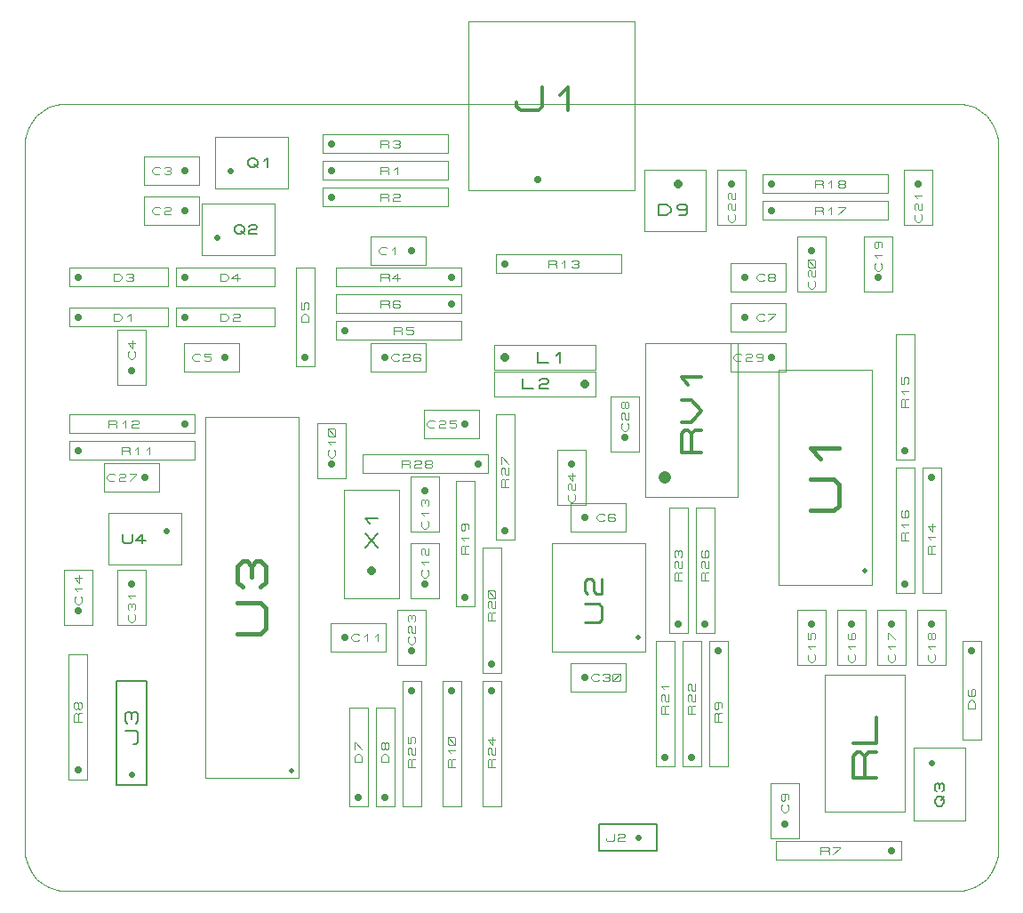
<source format=gbr>
G04 PROTEUS GERBER X2 FILE*
%TF.GenerationSoftware,Labcenter,Proteus,8.16-SP3-Build36097*%
%TF.CreationDate,2025-03-10T19:07:48+00:00*%
%TF.FileFunction,AssemblyDrawing,Top*%
%TF.FilePolarity,Positive*%
%TF.Part,Single*%
%TF.SameCoordinates,{20daa937-f823-4944-9cf4-50eea9ef3d69}*%
%FSLAX45Y45*%
%MOMM*%
G01*
%TA.AperFunction,Material*%
%ADD22C,0.101600*%
%ADD32C,0.660400*%
%ADD33C,0.364400*%
%ADD23C,0.508000*%
%ADD34C,0.440230*%
%ADD35C,0.609600*%
%ADD36C,0.139700*%
%ADD37C,0.711200*%
%ADD38C,0.113450*%
%ADD39C,0.117340*%
%ADD40C,0.812800*%
%ADD41C,0.204890*%
%ADD42C,0.267200*%
%ADD43C,1.219200*%
%ADD44C,0.320040*%
%ADD45C,0.171190*%
%ADD46C,0.157500*%
%ADD24C,0.152400*%
%ADD47C,0.558800*%
%ADD48C,0.194860*%
%ADD49C,0.114270*%
%ADD50C,0.367200*%
%TA.AperFunction,Profile*%
%ADD20C,0.101600*%
%TD.AperFunction*%
D22*
X+4855540Y+3620440D02*
X+6440500Y+3620440D01*
X+6440500Y+5228260D01*
X+4855540Y+5228260D01*
X+4855540Y+3620440D01*
D32*
X+5517960Y+3727120D02*
X+5517960Y+3727120D01*
D33*
X+5320056Y+4457760D02*
X+5320056Y+4421319D01*
X+5361051Y+4384879D01*
X+5525033Y+4384879D01*
X+5566029Y+4421319D01*
X+5566029Y+4603522D01*
X+5730011Y+4530641D02*
X+5812002Y+4603522D01*
X+5812002Y+4384879D01*
D22*
X+2349500Y-1971580D02*
X+3238500Y-1971580D01*
X+3238500Y+1467580D01*
X+2349500Y+1467580D01*
X+2349500Y-1971580D01*
D23*
X+3175000Y-1905000D02*
X+3175000Y-1905000D01*
D34*
X+2661931Y-602218D02*
X+2882047Y-602218D01*
X+2926070Y-552692D01*
X+2926070Y-354588D01*
X+2882047Y-305062D01*
X+2661931Y-305062D01*
X+2705954Y-156484D02*
X+2661931Y-106958D01*
X+2661931Y+41620D01*
X+2705954Y+91146D01*
X+2749977Y+91146D01*
X+2794000Y+41620D01*
X+2838024Y+91146D01*
X+2882047Y+91146D01*
X+2926070Y+41620D01*
X+2926070Y-106958D01*
X+2882047Y-156484D01*
X+2794000Y-57432D02*
X+2794000Y+41620D01*
D22*
X+1430020Y+58420D02*
X+2125980Y+58420D01*
X+2125980Y+551180D01*
X+1430020Y+551180D01*
X+1430020Y+58420D01*
D35*
X+1981200Y+381000D02*
X+1981200Y+381000D01*
D36*
X+1564640Y+346710D02*
X+1564640Y+276860D01*
X+1580356Y+262890D01*
X+1643221Y+262890D01*
X+1658937Y+276860D01*
X+1658937Y+346710D01*
X+1784667Y+290830D02*
X+1690370Y+290830D01*
X+1753235Y+346710D01*
X+1753235Y+262890D01*
D22*
X+1010920Y-513080D02*
X+1275080Y-513080D01*
X+1275080Y+5080D01*
X+1010920Y+5080D01*
X+1010920Y-513080D01*
D37*
X+1143000Y-381000D02*
X+1143000Y-381000D01*
D38*
X+1165691Y-246760D02*
X+1177036Y-259524D01*
X+1177036Y-297814D01*
X+1154345Y-323340D01*
X+1131655Y-323340D01*
X+1108964Y-297814D01*
X+1108964Y-259524D01*
X+1120309Y-246760D01*
X+1131655Y-195707D02*
X+1108964Y-170180D01*
X+1177036Y-170180D01*
X+1154345Y-42546D02*
X+1154345Y-119126D01*
X+1108964Y-68073D01*
X+1177036Y-68073D01*
D22*
X+1518920Y-513080D02*
X+1783080Y-513080D01*
X+1783080Y+5080D01*
X+1518920Y+5080D01*
X+1518920Y-513080D01*
D37*
X+1651000Y-127000D02*
X+1651000Y-127000D01*
D38*
X+1673691Y-414400D02*
X+1685036Y-427164D01*
X+1685036Y-465454D01*
X+1662345Y-490980D01*
X+1639655Y-490980D01*
X+1616964Y-465454D01*
X+1616964Y-427164D01*
X+1628309Y-414400D01*
X+1628309Y-376110D02*
X+1616964Y-363347D01*
X+1616964Y-325057D01*
X+1628309Y-312293D01*
X+1639655Y-312293D01*
X+1651000Y-325057D01*
X+1662345Y-312293D01*
X+1673691Y-312293D01*
X+1685036Y-325057D01*
X+1685036Y-363347D01*
X+1673691Y-376110D01*
X+1651000Y-350583D02*
X+1651000Y-325057D01*
X+1639655Y-261240D02*
X+1616964Y-235713D01*
X+1685036Y-235713D01*
D22*
X+1050100Y-1989900D02*
X+1227900Y-1989900D01*
X+1227900Y-796100D01*
X+1050100Y-796100D01*
X+1050100Y-1989900D01*
D37*
X+1139000Y-1901000D02*
X+1139000Y-1901000D01*
D39*
X+1174204Y-1436382D02*
X+1103796Y-1436382D01*
X+1103796Y-1370375D01*
X+1115531Y-1357173D01*
X+1127265Y-1357173D01*
X+1139000Y-1370375D01*
X+1139000Y-1436382D01*
X+1139000Y-1370375D02*
X+1150735Y-1357173D01*
X+1174204Y-1357173D01*
X+1139000Y-1304367D02*
X+1127265Y-1317569D01*
X+1115531Y-1317569D01*
X+1103796Y-1304367D01*
X+1103796Y-1264763D01*
X+1115531Y-1251561D01*
X+1127265Y-1251561D01*
X+1139000Y-1264763D01*
X+1139000Y-1304367D01*
X+1150735Y-1317569D01*
X+1162469Y-1317569D01*
X+1174204Y-1304367D01*
X+1174204Y-1264763D01*
X+1162469Y-1251561D01*
X+1150735Y-1251561D01*
X+1139000Y-1264763D01*
D22*
X+1391920Y+756920D02*
X+1910080Y+756920D01*
X+1910080Y+1021080D01*
X+1391920Y+1021080D01*
X+1391920Y+756920D01*
D37*
X+1778000Y+889000D02*
X+1778000Y+889000D01*
D38*
X+1490600Y+866309D02*
X+1477836Y+854964D01*
X+1439546Y+854964D01*
X+1414020Y+877655D01*
X+1414020Y+900345D01*
X+1439546Y+923036D01*
X+1477836Y+923036D01*
X+1490600Y+911691D01*
X+1528890Y+911691D02*
X+1541653Y+923036D01*
X+1579943Y+923036D01*
X+1592707Y+911691D01*
X+1592707Y+900345D01*
X+1579943Y+889000D01*
X+1541653Y+889000D01*
X+1528890Y+877655D01*
X+1528890Y+854964D01*
X+1592707Y+854964D01*
X+1630997Y+923036D02*
X+1694814Y+923036D01*
X+1694814Y+911691D01*
X+1630997Y+854964D01*
D22*
X+1054100Y+1054100D02*
X+2247900Y+1054100D01*
X+2247900Y+1231900D01*
X+1054100Y+1231900D01*
X+1054100Y+1054100D01*
D37*
X+1143000Y+1143000D02*
X+1143000Y+1143000D01*
D39*
X+1554812Y+1107796D02*
X+1554812Y+1178204D01*
X+1620819Y+1178204D01*
X+1634021Y+1166469D01*
X+1634021Y+1154735D01*
X+1620819Y+1143000D01*
X+1554812Y+1143000D01*
X+1620819Y+1143000D02*
X+1634021Y+1131265D01*
X+1634021Y+1107796D01*
X+1686827Y+1154735D02*
X+1713230Y+1178204D01*
X+1713230Y+1107796D01*
X+1792439Y+1154735D02*
X+1818842Y+1178204D01*
X+1818842Y+1107796D01*
D22*
X+1054100Y+1308100D02*
X+2247900Y+1308100D01*
X+2247900Y+1485900D01*
X+1054100Y+1485900D01*
X+1054100Y+1308100D01*
D37*
X+2159000Y+1397000D02*
X+2159000Y+1397000D01*
D39*
X+1430352Y+1361796D02*
X+1430352Y+1432204D01*
X+1496359Y+1432204D01*
X+1509561Y+1420469D01*
X+1509561Y+1408735D01*
X+1496359Y+1397000D01*
X+1430352Y+1397000D01*
X+1496359Y+1397000D02*
X+1509561Y+1385265D01*
X+1509561Y+1361796D01*
X+1562367Y+1408735D02*
X+1588770Y+1432204D01*
X+1588770Y+1361796D01*
X+1654777Y+1420469D02*
X+1667979Y+1432204D01*
X+1707583Y+1432204D01*
X+1720785Y+1420469D01*
X+1720785Y+1408735D01*
X+1707583Y+1397000D01*
X+1667979Y+1397000D01*
X+1654777Y+1385265D01*
X+1654777Y+1361796D01*
X+1720785Y+1361796D01*
D22*
X+3677920Y-259080D02*
X+4196080Y-259080D01*
X+4196080Y+767080D01*
X+3677920Y+767080D01*
X+3677920Y-259080D01*
D40*
X+3937000Y+0D02*
X+3937000Y+0D01*
D41*
X+3875532Y+219457D02*
X+3998468Y+357759D01*
X+3998468Y+219457D02*
X+3875532Y+357759D01*
X+3916511Y+449960D02*
X+3875532Y+496061D01*
X+3998468Y+496061D01*
D22*
X+4312920Y-259080D02*
X+4577080Y-259080D01*
X+4577080Y+259080D01*
X+4312920Y+259080D01*
X+4312920Y-259080D01*
D37*
X+4445000Y-127000D02*
X+4445000Y-127000D01*
D38*
X+4467691Y+7240D02*
X+4479036Y-5524D01*
X+4479036Y-43814D01*
X+4456345Y-69340D01*
X+4433655Y-69340D01*
X+4410964Y-43814D01*
X+4410964Y-5524D01*
X+4422309Y+7240D01*
X+4433655Y+58293D02*
X+4410964Y+83820D01*
X+4479036Y+83820D01*
X+4422309Y+147637D02*
X+4410964Y+160400D01*
X+4410964Y+198690D01*
X+4422309Y+211454D01*
X+4433655Y+211454D01*
X+4445000Y+198690D01*
X+4445000Y+160400D01*
X+4456345Y+147637D01*
X+4479036Y+147637D01*
X+4479036Y+211454D01*
D22*
X+4312920Y+375920D02*
X+4577080Y+375920D01*
X+4577080Y+894080D01*
X+4312920Y+894080D01*
X+4312920Y+375920D01*
D37*
X+4445000Y+762000D02*
X+4445000Y+762000D01*
D38*
X+4467691Y+474600D02*
X+4479036Y+461836D01*
X+4479036Y+423546D01*
X+4456345Y+398020D01*
X+4433655Y+398020D01*
X+4410964Y+423546D01*
X+4410964Y+461836D01*
X+4422309Y+474600D01*
X+4433655Y+525653D02*
X+4410964Y+551180D01*
X+4479036Y+551180D01*
X+4422309Y+614997D02*
X+4410964Y+627760D01*
X+4410964Y+666050D01*
X+4422309Y+678814D01*
X+4433655Y+678814D01*
X+4445000Y+666050D01*
X+4456345Y+678814D01*
X+4467691Y+678814D01*
X+4479036Y+666050D01*
X+4479036Y+627760D01*
X+4467691Y+614997D01*
X+4445000Y+640524D02*
X+4445000Y+666050D01*
D22*
X+3423920Y+883920D02*
X+3688080Y+883920D01*
X+3688080Y+1402080D01*
X+3423920Y+1402080D01*
X+3423920Y+883920D01*
D37*
X+3556000Y+1016000D02*
X+3556000Y+1016000D01*
D38*
X+3578691Y+1150240D02*
X+3590036Y+1137476D01*
X+3590036Y+1099186D01*
X+3567345Y+1073660D01*
X+3544655Y+1073660D01*
X+3521964Y+1099186D01*
X+3521964Y+1137476D01*
X+3533309Y+1150240D01*
X+3544655Y+1201293D02*
X+3521964Y+1226820D01*
X+3590036Y+1226820D01*
X+3578691Y+1277874D02*
X+3533309Y+1277874D01*
X+3521964Y+1290637D01*
X+3521964Y+1341690D01*
X+3533309Y+1354454D01*
X+3578691Y+1354454D01*
X+3590036Y+1341690D01*
X+3590036Y+1290637D01*
X+3578691Y+1277874D01*
X+3590036Y+1277874D02*
X+3521964Y+1354454D01*
D22*
X+3550920Y-767080D02*
X+4069080Y-767080D01*
X+4069080Y-502920D01*
X+3550920Y-502920D01*
X+3550920Y-767080D01*
D37*
X+3683000Y-635000D02*
X+3683000Y-635000D01*
D38*
X+3817240Y-657691D02*
X+3804476Y-669036D01*
X+3766186Y-669036D01*
X+3740660Y-646345D01*
X+3740660Y-623655D01*
X+3766186Y-600964D01*
X+3804476Y-600964D01*
X+3817240Y-612309D01*
X+3868293Y-623655D02*
X+3893820Y-600964D01*
X+3893820Y-669036D01*
X+3970400Y-623655D02*
X+3995927Y-600964D01*
X+3995927Y-669036D01*
D22*
X+3721100Y-2247900D02*
X+3898900Y-2247900D01*
X+3898900Y-1308100D01*
X+3721100Y-1308100D01*
X+3721100Y-2247900D01*
D37*
X+3810000Y-2159000D02*
X+3810000Y-2159000D01*
D39*
X+3845204Y-1821382D02*
X+3774796Y-1821382D01*
X+3774796Y-1768576D01*
X+3798265Y-1742173D01*
X+3821735Y-1742173D01*
X+3845204Y-1768576D01*
X+3845204Y-1821382D01*
X+3774796Y-1702569D02*
X+3774796Y-1636561D01*
X+3786531Y-1636561D01*
X+3845204Y-1702569D01*
D22*
X+3975100Y-2247900D02*
X+4152900Y-2247900D01*
X+4152900Y-1308100D01*
X+3975100Y-1308100D01*
X+3975100Y-2247900D01*
D37*
X+4064000Y-2159000D02*
X+4064000Y-2159000D01*
D39*
X+4099204Y-1821382D02*
X+4028796Y-1821382D01*
X+4028796Y-1768576D01*
X+4052265Y-1742173D01*
X+4075735Y-1742173D01*
X+4099204Y-1768576D01*
X+4099204Y-1821382D01*
X+4064000Y-1689367D02*
X+4052265Y-1702569D01*
X+4040531Y-1702569D01*
X+4028796Y-1689367D01*
X+4028796Y-1649763D01*
X+4040531Y-1636561D01*
X+4052265Y-1636561D01*
X+4064000Y-1649763D01*
X+4064000Y-1689367D01*
X+4075735Y-1702569D01*
X+4087469Y-1702569D01*
X+4099204Y-1689367D01*
X+4099204Y-1649763D01*
X+4087469Y-1636561D01*
X+4075735Y-1636561D01*
X+4064000Y-1649763D01*
D22*
X+4229100Y-2247900D02*
X+4406900Y-2247900D01*
X+4406900Y-1054100D01*
X+4229100Y-1054100D01*
X+4229100Y-2247900D01*
D37*
X+4318000Y-1143000D02*
X+4318000Y-1143000D01*
D39*
X+4353204Y-1871648D02*
X+4282796Y-1871648D01*
X+4282796Y-1805641D01*
X+4294531Y-1792439D01*
X+4306265Y-1792439D01*
X+4318000Y-1805641D01*
X+4318000Y-1871648D01*
X+4318000Y-1805641D02*
X+4329735Y-1792439D01*
X+4353204Y-1792439D01*
X+4294531Y-1752835D02*
X+4282796Y-1739633D01*
X+4282796Y-1700029D01*
X+4294531Y-1686827D01*
X+4306265Y-1686827D01*
X+4318000Y-1700029D01*
X+4318000Y-1739633D01*
X+4329735Y-1752835D01*
X+4353204Y-1752835D01*
X+4353204Y-1686827D01*
X+4282796Y-1581215D02*
X+4282796Y-1647223D01*
X+4306265Y-1647223D01*
X+4306265Y-1594417D01*
X+4318000Y-1581215D01*
X+4341469Y-1581215D01*
X+4353204Y-1594417D01*
X+4353204Y-1634021D01*
X+4341469Y-1647223D01*
D22*
X+4610100Y-2247900D02*
X+4787900Y-2247900D01*
X+4787900Y-1054100D01*
X+4610100Y-1054100D01*
X+4610100Y-2247900D01*
D37*
X+4699000Y-1143000D02*
X+4699000Y-1143000D01*
D39*
X+4734204Y-1871648D02*
X+4663796Y-1871648D01*
X+4663796Y-1805641D01*
X+4675531Y-1792439D01*
X+4687265Y-1792439D01*
X+4699000Y-1805641D01*
X+4699000Y-1871648D01*
X+4699000Y-1805641D02*
X+4710735Y-1792439D01*
X+4734204Y-1792439D01*
X+4687265Y-1739633D02*
X+4663796Y-1713230D01*
X+4734204Y-1713230D01*
X+4722469Y-1660424D02*
X+4675531Y-1660424D01*
X+4663796Y-1647223D01*
X+4663796Y-1594417D01*
X+4675531Y-1581215D01*
X+4722469Y-1581215D01*
X+4734204Y-1594417D01*
X+4734204Y-1647223D01*
X+4722469Y-1660424D01*
X+4734204Y-1660424D02*
X+4663796Y-1581215D01*
D22*
X+4991100Y-2247900D02*
X+5168900Y-2247900D01*
X+5168900Y-1054100D01*
X+4991100Y-1054100D01*
X+4991100Y-2247900D01*
D37*
X+5080000Y-1143000D02*
X+5080000Y-1143000D01*
D39*
X+5115204Y-1871648D02*
X+5044796Y-1871648D01*
X+5044796Y-1805641D01*
X+5056531Y-1792439D01*
X+5068265Y-1792439D01*
X+5080000Y-1805641D01*
X+5080000Y-1871648D01*
X+5080000Y-1805641D02*
X+5091735Y-1792439D01*
X+5115204Y-1792439D01*
X+5056531Y-1752835D02*
X+5044796Y-1739633D01*
X+5044796Y-1700029D01*
X+5056531Y-1686827D01*
X+5068265Y-1686827D01*
X+5080000Y-1700029D01*
X+5080000Y-1739633D01*
X+5091735Y-1752835D01*
X+5115204Y-1752835D01*
X+5115204Y-1686827D01*
X+5091735Y-1581215D02*
X+5091735Y-1660424D01*
X+5044796Y-1607618D01*
X+5115204Y-1607618D01*
D22*
X+5651500Y-767080D02*
X+6540500Y-767080D01*
X+6540500Y+259080D01*
X+5651500Y+259080D01*
X+5651500Y-767080D01*
D23*
X+6477000Y-635000D02*
X+6477000Y-635000D01*
D42*
X+5971388Y-494487D02*
X+6104992Y-494487D01*
X+6131713Y-464427D01*
X+6131713Y-344183D01*
X+6104992Y-314122D01*
X+5971388Y-314122D01*
X+5998109Y-223940D02*
X+5971388Y-193879D01*
X+5971388Y-103696D01*
X+5998109Y-73635D01*
X+6024830Y-73635D01*
X+6051550Y-103696D01*
X+6051550Y-193879D01*
X+6078271Y-223940D01*
X+6131713Y-223940D01*
X+6131713Y-73635D01*
D22*
X+4185920Y-894080D02*
X+4450080Y-894080D01*
X+4450080Y-375920D01*
X+4185920Y-375920D01*
X+4185920Y-894080D01*
D37*
X+4318000Y-762000D02*
X+4318000Y-762000D01*
D38*
X+4340691Y-627760D02*
X+4352036Y-640524D01*
X+4352036Y-678814D01*
X+4329345Y-704340D01*
X+4306655Y-704340D01*
X+4283964Y-678814D01*
X+4283964Y-640524D01*
X+4295309Y-627760D01*
X+4295309Y-589470D02*
X+4283964Y-576707D01*
X+4283964Y-538417D01*
X+4295309Y-525653D01*
X+4306655Y-525653D01*
X+4318000Y-538417D01*
X+4318000Y-576707D01*
X+4329345Y-589470D01*
X+4352036Y-589470D01*
X+4352036Y-525653D01*
X+4295309Y-487363D02*
X+4283964Y-474600D01*
X+4283964Y-436310D01*
X+4295309Y-423546D01*
X+4306655Y-423546D01*
X+4318000Y-436310D01*
X+4329345Y-423546D01*
X+4340691Y-423546D01*
X+4352036Y-436310D01*
X+4352036Y-474600D01*
X+4340691Y-487363D01*
X+4318000Y-461836D02*
X+4318000Y-436310D01*
D22*
X+4737100Y-342900D02*
X+4914900Y-342900D01*
X+4914900Y+850900D01*
X+4737100Y+850900D01*
X+4737100Y-342900D01*
D37*
X+4826000Y-254000D02*
X+4826000Y-254000D01*
D39*
X+4861204Y+157812D02*
X+4790796Y+157812D01*
X+4790796Y+223819D01*
X+4802531Y+237021D01*
X+4814265Y+237021D01*
X+4826000Y+223819D01*
X+4826000Y+157812D01*
X+4826000Y+223819D02*
X+4837735Y+237021D01*
X+4861204Y+237021D01*
X+4814265Y+289827D02*
X+4790796Y+316230D01*
X+4861204Y+316230D01*
X+4814265Y+448245D02*
X+4826000Y+435043D01*
X+4826000Y+395439D01*
X+4814265Y+382237D01*
X+4802531Y+382237D01*
X+4790796Y+395439D01*
X+4790796Y+435043D01*
X+4802531Y+448245D01*
X+4849469Y+448245D01*
X+4861204Y+435043D01*
X+4861204Y+395439D01*
D22*
X+4991100Y-977900D02*
X+5168900Y-977900D01*
X+5168900Y+215900D01*
X+4991100Y+215900D01*
X+4991100Y-977900D01*
D37*
X+5080000Y-889000D02*
X+5080000Y-889000D01*
D39*
X+5115204Y-477188D02*
X+5044796Y-477188D01*
X+5044796Y-411181D01*
X+5056531Y-397979D01*
X+5068265Y-397979D01*
X+5080000Y-411181D01*
X+5080000Y-477188D01*
X+5080000Y-411181D02*
X+5091735Y-397979D01*
X+5115204Y-397979D01*
X+5056531Y-358375D02*
X+5044796Y-345173D01*
X+5044796Y-305569D01*
X+5056531Y-292367D01*
X+5068265Y-292367D01*
X+5080000Y-305569D01*
X+5080000Y-345173D01*
X+5091735Y-358375D01*
X+5115204Y-358375D01*
X+5115204Y-292367D01*
X+5103469Y-265964D02*
X+5056531Y-265964D01*
X+5044796Y-252763D01*
X+5044796Y-199957D01*
X+5056531Y-186755D01*
X+5103469Y-186755D01*
X+5115204Y-199957D01*
X+5115204Y-252763D01*
X+5103469Y-265964D01*
X+5115204Y-265964D02*
X+5044796Y-186755D01*
D22*
X+5836920Y-1148080D02*
X+6355080Y-1148080D01*
X+6355080Y-883920D01*
X+5836920Y-883920D01*
X+5836920Y-1148080D01*
D37*
X+5969000Y-1016000D02*
X+5969000Y-1016000D01*
D38*
X+6103240Y-1038691D02*
X+6090476Y-1050036D01*
X+6052186Y-1050036D01*
X+6026660Y-1027345D01*
X+6026660Y-1004655D01*
X+6052186Y-981964D01*
X+6090476Y-981964D01*
X+6103240Y-993309D01*
X+6141530Y-993309D02*
X+6154293Y-981964D01*
X+6192583Y-981964D01*
X+6205347Y-993309D01*
X+6205347Y-1004655D01*
X+6192583Y-1016000D01*
X+6205347Y-1027345D01*
X+6205347Y-1038691D01*
X+6192583Y-1050036D01*
X+6154293Y-1050036D01*
X+6141530Y-1038691D01*
X+6167057Y-1016000D02*
X+6192583Y-1016000D01*
X+6230874Y-1038691D02*
X+6230874Y-993309D01*
X+6243637Y-981964D01*
X+6294690Y-981964D01*
X+6307454Y-993309D01*
X+6307454Y-1038691D01*
X+6294690Y-1050036D01*
X+6243637Y-1050036D01*
X+6230874Y-1038691D01*
X+6230874Y-1050036D02*
X+6307454Y-981964D01*
D22*
X+5836920Y+375920D02*
X+6355080Y+375920D01*
X+6355080Y+640080D01*
X+5836920Y+640080D01*
X+5836920Y+375920D01*
D37*
X+5969000Y+508000D02*
X+5969000Y+508000D01*
D38*
X+6154293Y+485309D02*
X+6141529Y+473964D01*
X+6103239Y+473964D01*
X+6077713Y+496655D01*
X+6077713Y+519345D01*
X+6103239Y+542036D01*
X+6141529Y+542036D01*
X+6154293Y+530691D01*
X+6256400Y+530691D02*
X+6243636Y+542036D01*
X+6205346Y+542036D01*
X+6192583Y+530691D01*
X+6192583Y+485309D01*
X+6205346Y+473964D01*
X+6243636Y+473964D01*
X+6256400Y+485309D01*
X+6256400Y+496655D01*
X+6243636Y+508000D01*
X+6192583Y+508000D01*
D22*
X+5709920Y+629920D02*
X+5974080Y+629920D01*
X+5974080Y+1148080D01*
X+5709920Y+1148080D01*
X+5709920Y+629920D01*
D37*
X+5842000Y+1016000D02*
X+5842000Y+1016000D01*
D38*
X+5864691Y+728600D02*
X+5876036Y+715836D01*
X+5876036Y+677546D01*
X+5853345Y+652020D01*
X+5830655Y+652020D01*
X+5807964Y+677546D01*
X+5807964Y+715836D01*
X+5819309Y+728600D01*
X+5819309Y+766890D02*
X+5807964Y+779653D01*
X+5807964Y+817943D01*
X+5819309Y+830707D01*
X+5830655Y+830707D01*
X+5842000Y+817943D01*
X+5842000Y+779653D01*
X+5853345Y+766890D01*
X+5876036Y+766890D01*
X+5876036Y+830707D01*
X+5853345Y+932814D02*
X+5853345Y+856234D01*
X+5807964Y+907287D01*
X+5876036Y+907287D01*
D22*
X+3848100Y+927100D02*
X+5041900Y+927100D01*
X+5041900Y+1104900D01*
X+3848100Y+1104900D01*
X+3848100Y+927100D01*
D37*
X+4953000Y+1016000D02*
X+4953000Y+1016000D01*
D39*
X+4224352Y+980796D02*
X+4224352Y+1051204D01*
X+4290359Y+1051204D01*
X+4303561Y+1039469D01*
X+4303561Y+1027735D01*
X+4290359Y+1016000D01*
X+4224352Y+1016000D01*
X+4290359Y+1016000D02*
X+4303561Y+1004265D01*
X+4303561Y+980796D01*
X+4343165Y+1039469D02*
X+4356367Y+1051204D01*
X+4395971Y+1051204D01*
X+4409173Y+1039469D01*
X+4409173Y+1027735D01*
X+4395971Y+1016000D01*
X+4356367Y+1016000D01*
X+4343165Y+1004265D01*
X+4343165Y+980796D01*
X+4409173Y+980796D01*
X+4461979Y+1016000D02*
X+4448777Y+1027735D01*
X+4448777Y+1039469D01*
X+4461979Y+1051204D01*
X+4501583Y+1051204D01*
X+4514785Y+1039469D01*
X+4514785Y+1027735D01*
X+4501583Y+1016000D01*
X+4461979Y+1016000D01*
X+4448777Y+1004265D01*
X+4448777Y+992531D01*
X+4461979Y+980796D01*
X+4501583Y+980796D01*
X+4514785Y+992531D01*
X+4514785Y+1004265D01*
X+4501583Y+1016000D01*
D22*
X+5118100Y+292100D02*
X+5295900Y+292100D01*
X+5295900Y+1485900D01*
X+5118100Y+1485900D01*
X+5118100Y+292100D01*
D37*
X+5207000Y+381000D02*
X+5207000Y+381000D01*
D39*
X+5242204Y+792812D02*
X+5171796Y+792812D01*
X+5171796Y+858819D01*
X+5183531Y+872021D01*
X+5195265Y+872021D01*
X+5207000Y+858819D01*
X+5207000Y+792812D01*
X+5207000Y+858819D02*
X+5218735Y+872021D01*
X+5242204Y+872021D01*
X+5183531Y+911625D02*
X+5171796Y+924827D01*
X+5171796Y+964431D01*
X+5183531Y+977633D01*
X+5195265Y+977633D01*
X+5207000Y+964431D01*
X+5207000Y+924827D01*
X+5218735Y+911625D01*
X+5242204Y+911625D01*
X+5242204Y+977633D01*
X+5171796Y+1017237D02*
X+5171796Y+1083245D01*
X+5183531Y+1083245D01*
X+5242204Y+1017237D01*
D22*
X+4439920Y+1264920D02*
X+4958080Y+1264920D01*
X+4958080Y+1529080D01*
X+4439920Y+1529080D01*
X+4439920Y+1264920D01*
D37*
X+4826000Y+1397000D02*
X+4826000Y+1397000D01*
D38*
X+4538600Y+1374309D02*
X+4525836Y+1362964D01*
X+4487546Y+1362964D01*
X+4462020Y+1385655D01*
X+4462020Y+1408345D01*
X+4487546Y+1431036D01*
X+4525836Y+1431036D01*
X+4538600Y+1419691D01*
X+4576890Y+1419691D02*
X+4589653Y+1431036D01*
X+4627943Y+1431036D01*
X+4640707Y+1419691D01*
X+4640707Y+1408345D01*
X+4627943Y+1397000D01*
X+4589653Y+1397000D01*
X+4576890Y+1385655D01*
X+4576890Y+1362964D01*
X+4640707Y+1362964D01*
X+4742814Y+1431036D02*
X+4678997Y+1431036D01*
X+4678997Y+1408345D01*
X+4730050Y+1408345D01*
X+4742814Y+1397000D01*
X+4742814Y+1374309D01*
X+4730050Y+1362964D01*
X+4691760Y+1362964D01*
X+4678997Y+1374309D01*
D22*
X+6642100Y-1866900D02*
X+6819900Y-1866900D01*
X+6819900Y-673100D01*
X+6642100Y-673100D01*
X+6642100Y-1866900D01*
D37*
X+6731000Y-1778000D02*
X+6731000Y-1778000D01*
D39*
X+6766204Y-1366188D02*
X+6695796Y-1366188D01*
X+6695796Y-1300181D01*
X+6707531Y-1286979D01*
X+6719265Y-1286979D01*
X+6731000Y-1300181D01*
X+6731000Y-1366188D01*
X+6731000Y-1300181D02*
X+6742735Y-1286979D01*
X+6766204Y-1286979D01*
X+6707531Y-1247375D02*
X+6695796Y-1234173D01*
X+6695796Y-1194569D01*
X+6707531Y-1181367D01*
X+6719265Y-1181367D01*
X+6731000Y-1194569D01*
X+6731000Y-1234173D01*
X+6742735Y-1247375D01*
X+6766204Y-1247375D01*
X+6766204Y-1181367D01*
X+6719265Y-1128561D02*
X+6695796Y-1102158D01*
X+6766204Y-1102158D01*
D22*
X+6896100Y-1866900D02*
X+7073900Y-1866900D01*
X+7073900Y-673100D01*
X+6896100Y-673100D01*
X+6896100Y-1866900D01*
D37*
X+6985000Y-1778000D02*
X+6985000Y-1778000D01*
D39*
X+7020204Y-1366188D02*
X+6949796Y-1366188D01*
X+6949796Y-1300181D01*
X+6961531Y-1286979D01*
X+6973265Y-1286979D01*
X+6985000Y-1300181D01*
X+6985000Y-1366188D01*
X+6985000Y-1300181D02*
X+6996735Y-1286979D01*
X+7020204Y-1286979D01*
X+6961531Y-1247375D02*
X+6949796Y-1234173D01*
X+6949796Y-1194569D01*
X+6961531Y-1181367D01*
X+6973265Y-1181367D01*
X+6985000Y-1194569D01*
X+6985000Y-1234173D01*
X+6996735Y-1247375D01*
X+7020204Y-1247375D01*
X+7020204Y-1181367D01*
X+6961531Y-1141763D02*
X+6949796Y-1128561D01*
X+6949796Y-1088957D01*
X+6961531Y-1075755D01*
X+6973265Y-1075755D01*
X+6985000Y-1088957D01*
X+6985000Y-1128561D01*
X+6996735Y-1141763D01*
X+7020204Y-1141763D01*
X+7020204Y-1075755D01*
D22*
X+7150100Y-1866900D02*
X+7327900Y-1866900D01*
X+7327900Y-673100D01*
X+7150100Y-673100D01*
X+7150100Y-1866900D01*
D37*
X+7239000Y-762000D02*
X+7239000Y-762000D01*
D39*
X+7274204Y-1437842D02*
X+7203796Y-1437842D01*
X+7203796Y-1371835D01*
X+7215531Y-1358633D01*
X+7227265Y-1358633D01*
X+7239000Y-1371835D01*
X+7239000Y-1437842D01*
X+7239000Y-1371835D02*
X+7250735Y-1358633D01*
X+7274204Y-1358633D01*
X+7227265Y-1253021D02*
X+7239000Y-1266223D01*
X+7239000Y-1305827D01*
X+7227265Y-1319029D01*
X+7215531Y-1319029D01*
X+7203796Y-1305827D01*
X+7203796Y-1266223D01*
X+7215531Y-1253021D01*
X+7262469Y-1253021D01*
X+7274204Y-1266223D01*
X+7274204Y-1305827D01*
D22*
X+6769100Y-596900D02*
X+6946900Y-596900D01*
X+6946900Y+596900D01*
X+6769100Y+596900D01*
X+6769100Y-596900D01*
D37*
X+6858000Y-508000D02*
X+6858000Y-508000D01*
D39*
X+6893204Y-96188D02*
X+6822796Y-96188D01*
X+6822796Y-30181D01*
X+6834531Y-16979D01*
X+6846265Y-16979D01*
X+6858000Y-30181D01*
X+6858000Y-96188D01*
X+6858000Y-30181D02*
X+6869735Y-16979D01*
X+6893204Y-16979D01*
X+6834531Y+22625D02*
X+6822796Y+35827D01*
X+6822796Y+75431D01*
X+6834531Y+88633D01*
X+6846265Y+88633D01*
X+6858000Y+75431D01*
X+6858000Y+35827D01*
X+6869735Y+22625D01*
X+6893204Y+22625D01*
X+6893204Y+88633D01*
X+6834531Y+128237D02*
X+6822796Y+141439D01*
X+6822796Y+181043D01*
X+6834531Y+194245D01*
X+6846265Y+194245D01*
X+6858000Y+181043D01*
X+6869735Y+194245D01*
X+6881469Y+194245D01*
X+6893204Y+181043D01*
X+6893204Y+141439D01*
X+6881469Y+128237D01*
X+6858000Y+154640D02*
X+6858000Y+181043D01*
D22*
X+7023100Y-596900D02*
X+7200900Y-596900D01*
X+7200900Y+596900D01*
X+7023100Y+596900D01*
X+7023100Y-596900D01*
D37*
X+7112000Y-508000D02*
X+7112000Y-508000D01*
D39*
X+7147204Y-96188D02*
X+7076796Y-96188D01*
X+7076796Y-30181D01*
X+7088531Y-16979D01*
X+7100265Y-16979D01*
X+7112000Y-30181D01*
X+7112000Y-96188D01*
X+7112000Y-30181D02*
X+7123735Y-16979D01*
X+7147204Y-16979D01*
X+7088531Y+22625D02*
X+7076796Y+35827D01*
X+7076796Y+75431D01*
X+7088531Y+88633D01*
X+7100265Y+88633D01*
X+7112000Y+75431D01*
X+7112000Y+35827D01*
X+7123735Y+22625D01*
X+7147204Y+22625D01*
X+7147204Y+88633D01*
X+7088531Y+194245D02*
X+7076796Y+181043D01*
X+7076796Y+141439D01*
X+7088531Y+128237D01*
X+7135469Y+128237D01*
X+7147204Y+141439D01*
X+7147204Y+181043D01*
X+7135469Y+194245D01*
X+7123735Y+194245D01*
X+7112000Y+181043D01*
X+7112000Y+128237D01*
D22*
X+6548120Y+706120D02*
X+7421880Y+706120D01*
X+7421880Y+2164080D01*
X+6548120Y+2164080D01*
X+6548120Y+706120D01*
D43*
X+6731000Y+889000D02*
X+6731000Y+889000D01*
D44*
X+7081012Y+1124966D02*
X+6888988Y+1124966D01*
X+6888988Y+1304988D01*
X+6920992Y+1340993D01*
X+6952996Y+1340993D01*
X+6985000Y+1304988D01*
X+6985000Y+1124966D01*
X+6985000Y+1304988D02*
X+7017004Y+1340993D01*
X+7081012Y+1340993D01*
X+6888988Y+1413002D02*
X+6985000Y+1413002D01*
X+7081012Y+1521015D01*
X+6985000Y+1629029D01*
X+6888988Y+1629029D01*
X+6952996Y+1773047D02*
X+6888988Y+1845056D01*
X+7081012Y+1845056D01*
D22*
X+7360920Y+1899920D02*
X+7879080Y+1899920D01*
X+7879080Y+2164080D01*
X+7360920Y+2164080D01*
X+7360920Y+1899920D01*
D37*
X+7747000Y+2032000D02*
X+7747000Y+2032000D01*
D38*
X+7459600Y+2009309D02*
X+7446836Y+1997964D01*
X+7408546Y+1997964D01*
X+7383020Y+2020655D01*
X+7383020Y+2043345D01*
X+7408546Y+2066036D01*
X+7446836Y+2066036D01*
X+7459600Y+2054691D01*
X+7497890Y+2054691D02*
X+7510653Y+2066036D01*
X+7548943Y+2066036D01*
X+7561707Y+2054691D01*
X+7561707Y+2043345D01*
X+7548943Y+2032000D01*
X+7510653Y+2032000D01*
X+7497890Y+2020655D01*
X+7497890Y+1997964D01*
X+7561707Y+1997964D01*
X+7663814Y+2043345D02*
X+7651050Y+2032000D01*
X+7612760Y+2032000D01*
X+7599997Y+2043345D01*
X+7599997Y+2054691D01*
X+7612760Y+2066036D01*
X+7651050Y+2066036D01*
X+7663814Y+2054691D01*
X+7663814Y+2009309D01*
X+7651050Y+1997964D01*
X+7612760Y+1997964D01*
D22*
X+6535420Y+3233420D02*
X+7117080Y+3233420D01*
X+7117080Y+3815080D01*
X+6535420Y+3815080D01*
X+6535420Y+3233420D01*
D40*
X+6858000Y+3683000D02*
X+6858000Y+3683000D01*
D45*
X+6672174Y+3386531D02*
X+6672174Y+3489248D01*
X+6749212Y+3489248D01*
X+6787731Y+3455009D01*
X+6787731Y+3420770D01*
X+6749212Y+3386531D01*
X+6672174Y+3386531D01*
X+6941807Y+3455009D02*
X+6922547Y+3437890D01*
X+6864769Y+3437890D01*
X+6845509Y+3455009D01*
X+6845509Y+3472129D01*
X+6864769Y+3489248D01*
X+6922547Y+3489248D01*
X+6941807Y+3472129D01*
X+6941807Y+3403650D01*
X+6922547Y+3386531D01*
X+6864769Y+3386531D01*
D22*
X+5118100Y+2832100D02*
X+6311900Y+2832100D01*
X+6311900Y+3009900D01*
X+5118100Y+3009900D01*
X+5118100Y+2832100D01*
D37*
X+5207000Y+2921000D02*
X+5207000Y+2921000D01*
D39*
X+5618812Y+2885796D02*
X+5618812Y+2956204D01*
X+5684819Y+2956204D01*
X+5698021Y+2944469D01*
X+5698021Y+2932735D01*
X+5684819Y+2921000D01*
X+5618812Y+2921000D01*
X+5684819Y+2921000D02*
X+5698021Y+2909265D01*
X+5698021Y+2885796D01*
X+5750827Y+2932735D02*
X+5777230Y+2956204D01*
X+5777230Y+2885796D01*
X+5843237Y+2944469D02*
X+5856439Y+2956204D01*
X+5896043Y+2956204D01*
X+5909245Y+2944469D01*
X+5909245Y+2932735D01*
X+5896043Y+2921000D01*
X+5909245Y+2909265D01*
X+5909245Y+2897531D01*
X+5896043Y+2885796D01*
X+5856439Y+2885796D01*
X+5843237Y+2897531D01*
X+5869640Y+2921000D02*
X+5896043Y+2921000D01*
D22*
X+6217920Y+1137920D02*
X+6482080Y+1137920D01*
X+6482080Y+1656080D01*
X+6217920Y+1656080D01*
X+6217920Y+1137920D01*
D37*
X+6350000Y+1270000D02*
X+6350000Y+1270000D01*
D38*
X+6372691Y+1404240D02*
X+6384036Y+1391476D01*
X+6384036Y+1353186D01*
X+6361345Y+1327660D01*
X+6338655Y+1327660D01*
X+6315964Y+1353186D01*
X+6315964Y+1391476D01*
X+6327309Y+1404240D01*
X+6327309Y+1442530D02*
X+6315964Y+1455293D01*
X+6315964Y+1493583D01*
X+6327309Y+1506347D01*
X+6338655Y+1506347D01*
X+6350000Y+1493583D01*
X+6350000Y+1455293D01*
X+6361345Y+1442530D01*
X+6384036Y+1442530D01*
X+6384036Y+1506347D01*
X+6350000Y+1557400D02*
X+6338655Y+1544637D01*
X+6327309Y+1544637D01*
X+6315964Y+1557400D01*
X+6315964Y+1595690D01*
X+6327309Y+1608454D01*
X+6338655Y+1608454D01*
X+6350000Y+1595690D01*
X+6350000Y+1557400D01*
X+6361345Y+1544637D01*
X+6372691Y+1544637D01*
X+6384036Y+1557400D01*
X+6384036Y+1595690D01*
X+6372691Y+1608454D01*
X+6361345Y+1608454D01*
X+6350000Y+1595690D01*
D22*
X+5105400Y+1913420D02*
X+6070600Y+1913420D01*
X+6070600Y+2148580D01*
X+5105400Y+2148580D01*
X+5105400Y+1913420D01*
D40*
X+5207000Y+2032000D02*
X+5207000Y+2032000D01*
D46*
X+5517370Y+2078250D02*
X+5517370Y+1983750D01*
X+5623682Y+1983750D01*
X+5694557Y+2046750D02*
X+5729995Y+2078250D01*
X+5729995Y+1983750D01*
D22*
X+5105400Y+1661420D02*
X+6070600Y+1661420D01*
X+6070600Y+1896580D01*
X+5105400Y+1896580D01*
X+5105400Y+1661420D01*
D40*
X+5969000Y+1778000D02*
X+5969000Y+1778000D01*
D46*
X+5375130Y+1826250D02*
X+5375130Y+1731750D01*
X+5481442Y+1731750D01*
X+5534598Y+1810500D02*
X+5552317Y+1826250D01*
X+5605473Y+1826250D01*
X+5623192Y+1810500D01*
X+5623192Y+1794750D01*
X+5605473Y+1779000D01*
X+5552317Y+1779000D01*
X+5534598Y+1763250D01*
X+5534598Y+1731750D01*
X+5623192Y+1731750D01*
D22*
X+3931920Y+1899920D02*
X+4450080Y+1899920D01*
X+4450080Y+2164080D01*
X+3931920Y+2164080D01*
X+3931920Y+1899920D01*
D37*
X+4064000Y+2032000D02*
X+4064000Y+2032000D01*
D38*
X+4198240Y+2009309D02*
X+4185476Y+1997964D01*
X+4147186Y+1997964D01*
X+4121660Y+2020655D01*
X+4121660Y+2043345D01*
X+4147186Y+2066036D01*
X+4185476Y+2066036D01*
X+4198240Y+2054691D01*
X+4236530Y+2054691D02*
X+4249293Y+2066036D01*
X+4287583Y+2066036D01*
X+4300347Y+2054691D01*
X+4300347Y+2043345D01*
X+4287583Y+2032000D01*
X+4249293Y+2032000D01*
X+4236530Y+2020655D01*
X+4236530Y+1997964D01*
X+4300347Y+1997964D01*
X+4402454Y+2054691D02*
X+4389690Y+2066036D01*
X+4351400Y+2066036D01*
X+4338637Y+2054691D01*
X+4338637Y+2009309D01*
X+4351400Y+1997964D01*
X+4389690Y+1997964D01*
X+4402454Y+2009309D01*
X+4402454Y+2020655D01*
X+4389690Y+2032000D01*
X+4338637Y+2032000D01*
D22*
X+3594100Y+2451100D02*
X+4787900Y+2451100D01*
X+4787900Y+2628900D01*
X+3594100Y+2628900D01*
X+3594100Y+2451100D01*
D37*
X+4699000Y+2540000D02*
X+4699000Y+2540000D01*
D39*
X+4023158Y+2504796D02*
X+4023158Y+2575204D01*
X+4089165Y+2575204D01*
X+4102367Y+2563469D01*
X+4102367Y+2551735D01*
X+4089165Y+2540000D01*
X+4023158Y+2540000D01*
X+4089165Y+2540000D02*
X+4102367Y+2528265D01*
X+4102367Y+2504796D01*
X+4207979Y+2563469D02*
X+4194777Y+2575204D01*
X+4155173Y+2575204D01*
X+4141971Y+2563469D01*
X+4141971Y+2516531D01*
X+4155173Y+2504796D01*
X+4194777Y+2504796D01*
X+4207979Y+2516531D01*
X+4207979Y+2528265D01*
X+4194777Y+2540000D01*
X+4141971Y+2540000D01*
D22*
X+3594100Y+2197100D02*
X+4787900Y+2197100D01*
X+4787900Y+2374900D01*
X+3594100Y+2374900D01*
X+3594100Y+2197100D01*
D37*
X+3683000Y+2286000D02*
X+3683000Y+2286000D01*
D39*
X+4147618Y+2250796D02*
X+4147618Y+2321204D01*
X+4213625Y+2321204D01*
X+4226827Y+2309469D01*
X+4226827Y+2297735D01*
X+4213625Y+2286000D01*
X+4147618Y+2286000D01*
X+4213625Y+2286000D02*
X+4226827Y+2274265D01*
X+4226827Y+2250796D01*
X+4332439Y+2321204D02*
X+4266431Y+2321204D01*
X+4266431Y+2297735D01*
X+4319237Y+2297735D01*
X+4332439Y+2286000D01*
X+4332439Y+2262531D01*
X+4319237Y+2250796D01*
X+4279633Y+2250796D01*
X+4266431Y+2262531D01*
D22*
X+3594100Y+2705100D02*
X+4787900Y+2705100D01*
X+4787900Y+2882900D01*
X+3594100Y+2882900D01*
X+3594100Y+2705100D01*
D37*
X+4699000Y+2794000D02*
X+4699000Y+2794000D01*
D39*
X+4023158Y+2758796D02*
X+4023158Y+2829204D01*
X+4089165Y+2829204D01*
X+4102367Y+2817469D01*
X+4102367Y+2805735D01*
X+4089165Y+2794000D01*
X+4023158Y+2794000D01*
X+4089165Y+2794000D02*
X+4102367Y+2782265D01*
X+4102367Y+2758796D01*
X+4207979Y+2782265D02*
X+4128770Y+2782265D01*
X+4181576Y+2829204D01*
X+4181576Y+2758796D01*
D22*
X+3931920Y+2915920D02*
X+4450080Y+2915920D01*
X+4450080Y+3180080D01*
X+3931920Y+3180080D01*
X+3931920Y+2915920D01*
D37*
X+4318000Y+3048000D02*
X+4318000Y+3048000D01*
D38*
X+4081653Y+3025309D02*
X+4068889Y+3013964D01*
X+4030599Y+3013964D01*
X+4005073Y+3036655D01*
X+4005073Y+3059345D01*
X+4030599Y+3082036D01*
X+4068889Y+3082036D01*
X+4081653Y+3070691D01*
X+4132706Y+3059345D02*
X+4158233Y+3082036D01*
X+4158233Y+3013964D01*
D22*
X+3467100Y+3467100D02*
X+4660900Y+3467100D01*
X+4660900Y+3644900D01*
X+3467100Y+3644900D01*
X+3467100Y+3467100D01*
D37*
X+3556000Y+3556000D02*
X+3556000Y+3556000D01*
D39*
X+4020618Y+3520796D02*
X+4020618Y+3591204D01*
X+4086625Y+3591204D01*
X+4099827Y+3579469D01*
X+4099827Y+3567735D01*
X+4086625Y+3556000D01*
X+4020618Y+3556000D01*
X+4086625Y+3556000D02*
X+4099827Y+3544265D01*
X+4099827Y+3520796D01*
X+4139431Y+3579469D02*
X+4152633Y+3591204D01*
X+4192237Y+3591204D01*
X+4205439Y+3579469D01*
X+4205439Y+3567735D01*
X+4192237Y+3556000D01*
X+4152633Y+3556000D01*
X+4139431Y+3544265D01*
X+4139431Y+3520796D01*
X+4205439Y+3520796D01*
D22*
X+3467100Y+3721100D02*
X+4660900Y+3721100D01*
X+4660900Y+3898900D01*
X+3467100Y+3898900D01*
X+3467100Y+3721100D01*
D37*
X+3556000Y+3810000D02*
X+3556000Y+3810000D01*
D39*
X+4020618Y+3774796D02*
X+4020618Y+3845204D01*
X+4086625Y+3845204D01*
X+4099827Y+3833469D01*
X+4099827Y+3821735D01*
X+4086625Y+3810000D01*
X+4020618Y+3810000D01*
X+4086625Y+3810000D02*
X+4099827Y+3798265D01*
X+4099827Y+3774796D01*
X+4152633Y+3821735D02*
X+4179036Y+3845204D01*
X+4179036Y+3774796D01*
D22*
X+3467100Y+3975100D02*
X+4660900Y+3975100D01*
X+4660900Y+4152900D01*
X+3467100Y+4152900D01*
X+3467100Y+3975100D01*
D37*
X+3556000Y+4064000D02*
X+3556000Y+4064000D01*
D39*
X+4020618Y+4028796D02*
X+4020618Y+4099204D01*
X+4086625Y+4099204D01*
X+4099827Y+4087469D01*
X+4099827Y+4075735D01*
X+4086625Y+4064000D01*
X+4020618Y+4064000D01*
X+4086625Y+4064000D02*
X+4099827Y+4052265D01*
X+4099827Y+4028796D01*
X+4139431Y+4087469D02*
X+4152633Y+4099204D01*
X+4192237Y+4099204D01*
X+4205439Y+4087469D01*
X+4205439Y+4075735D01*
X+4192237Y+4064000D01*
X+4205439Y+4052265D01*
X+4205439Y+4040531D01*
X+4192237Y+4028796D01*
X+4152633Y+4028796D01*
X+4139431Y+4040531D01*
X+4165834Y+4064000D02*
X+4192237Y+4064000D01*
D22*
X+2446020Y+3639820D02*
X+3141980Y+3639820D01*
X+3141980Y+4132580D01*
X+2446020Y+4132580D01*
X+2446020Y+3639820D01*
D35*
X+2590800Y+3810000D02*
X+2590800Y+3810000D01*
D36*
X+2755900Y+3900170D02*
X+2787332Y+3928110D01*
X+2818765Y+3928110D01*
X+2850197Y+3900170D01*
X+2850197Y+3872230D01*
X+2818765Y+3844290D01*
X+2787332Y+3844290D01*
X+2755900Y+3872230D01*
X+2755900Y+3900170D01*
X+2818765Y+3872230D02*
X+2850197Y+3844290D01*
X+2913062Y+3900170D02*
X+2944495Y+3928110D01*
X+2944495Y+3844290D01*
D22*
X+2319020Y+3004820D02*
X+3014980Y+3004820D01*
X+3014980Y+3497580D01*
X+2319020Y+3497580D01*
X+2319020Y+3004820D01*
D35*
X+2463800Y+3175000D02*
X+2463800Y+3175000D01*
D36*
X+2628900Y+3265170D02*
X+2660332Y+3293110D01*
X+2691765Y+3293110D01*
X+2723197Y+3265170D01*
X+2723197Y+3237230D01*
X+2691765Y+3209290D01*
X+2660332Y+3209290D01*
X+2628900Y+3237230D01*
X+2628900Y+3265170D01*
X+2691765Y+3237230D02*
X+2723197Y+3209290D01*
X+2770346Y+3279140D02*
X+2786062Y+3293110D01*
X+2833211Y+3293110D01*
X+2848927Y+3279140D01*
X+2848927Y+3265170D01*
X+2833211Y+3251200D01*
X+2786062Y+3251200D01*
X+2770346Y+3237230D01*
X+2770346Y+3209290D01*
X+2848927Y+3209290D01*
D22*
X+2070100Y+2705100D02*
X+3009900Y+2705100D01*
X+3009900Y+2882900D01*
X+2070100Y+2882900D01*
X+2070100Y+2705100D01*
D37*
X+2159000Y+2794000D02*
X+2159000Y+2794000D01*
D39*
X+2496618Y+2758796D02*
X+2496618Y+2829204D01*
X+2549424Y+2829204D01*
X+2575827Y+2805735D01*
X+2575827Y+2782265D01*
X+2549424Y+2758796D01*
X+2496618Y+2758796D01*
X+2681439Y+2782265D02*
X+2602230Y+2782265D01*
X+2655036Y+2829204D01*
X+2655036Y+2758796D01*
D22*
X+3213100Y+1943100D02*
X+3390900Y+1943100D01*
X+3390900Y+2882900D01*
X+3213100Y+2882900D01*
X+3213100Y+1943100D01*
D37*
X+3302000Y+2032000D02*
X+3302000Y+2032000D01*
D39*
X+3337204Y+2369618D02*
X+3266796Y+2369618D01*
X+3266796Y+2422424D01*
X+3290265Y+2448827D01*
X+3313735Y+2448827D01*
X+3337204Y+2422424D01*
X+3337204Y+2369618D01*
X+3266796Y+2554439D02*
X+3266796Y+2488431D01*
X+3290265Y+2488431D01*
X+3290265Y+2541237D01*
X+3302000Y+2554439D01*
X+3325469Y+2554439D01*
X+3337204Y+2541237D01*
X+3337204Y+2501633D01*
X+3325469Y+2488431D01*
D22*
X+2070100Y+2324100D02*
X+3009900Y+2324100D01*
X+3009900Y+2501900D01*
X+2070100Y+2501900D01*
X+2070100Y+2324100D01*
D37*
X+2159000Y+2413000D02*
X+2159000Y+2413000D01*
D39*
X+2496618Y+2377796D02*
X+2496618Y+2448204D01*
X+2549424Y+2448204D01*
X+2575827Y+2424735D01*
X+2575827Y+2401265D01*
X+2549424Y+2377796D01*
X+2496618Y+2377796D01*
X+2615431Y+2436469D02*
X+2628633Y+2448204D01*
X+2668237Y+2448204D01*
X+2681439Y+2436469D01*
X+2681439Y+2424735D01*
X+2668237Y+2413000D01*
X+2628633Y+2413000D01*
X+2615431Y+2401265D01*
X+2615431Y+2377796D01*
X+2681439Y+2377796D01*
D22*
X+1054100Y+2705100D02*
X+1993900Y+2705100D01*
X+1993900Y+2882900D01*
X+1054100Y+2882900D01*
X+1054100Y+2705100D01*
D37*
X+1143000Y+2794000D02*
X+1143000Y+2794000D01*
D39*
X+1480618Y+2758796D02*
X+1480618Y+2829204D01*
X+1533424Y+2829204D01*
X+1559827Y+2805735D01*
X+1559827Y+2782265D01*
X+1533424Y+2758796D01*
X+1480618Y+2758796D01*
X+1599431Y+2817469D02*
X+1612633Y+2829204D01*
X+1652237Y+2829204D01*
X+1665439Y+2817469D01*
X+1665439Y+2805735D01*
X+1652237Y+2794000D01*
X+1665439Y+2782265D01*
X+1665439Y+2770531D01*
X+1652237Y+2758796D01*
X+1612633Y+2758796D01*
X+1599431Y+2770531D01*
X+1625834Y+2794000D02*
X+1652237Y+2794000D01*
D22*
X+1054100Y+2324100D02*
X+1993900Y+2324100D01*
X+1993900Y+2501900D01*
X+1054100Y+2501900D01*
X+1054100Y+2324100D01*
D37*
X+1143000Y+2413000D02*
X+1143000Y+2413000D01*
D39*
X+1480618Y+2377796D02*
X+1480618Y+2448204D01*
X+1533424Y+2448204D01*
X+1559827Y+2424735D01*
X+1559827Y+2401265D01*
X+1533424Y+2377796D01*
X+1480618Y+2377796D01*
X+1612633Y+2424735D02*
X+1639036Y+2448204D01*
X+1639036Y+2377796D01*
D22*
X+1518920Y+1772920D02*
X+1783080Y+1772920D01*
X+1783080Y+2291080D01*
X+1518920Y+2291080D01*
X+1518920Y+1772920D01*
D37*
X+1651000Y+1905000D02*
X+1651000Y+1905000D01*
D38*
X+1673691Y+2090293D02*
X+1685036Y+2077529D01*
X+1685036Y+2039239D01*
X+1662345Y+2013713D01*
X+1639655Y+2013713D01*
X+1616964Y+2039239D01*
X+1616964Y+2077529D01*
X+1628309Y+2090293D01*
X+1662345Y+2192400D02*
X+1662345Y+2115820D01*
X+1616964Y+2166873D01*
X+1685036Y+2166873D01*
D22*
X+2153920Y+1899920D02*
X+2672080Y+1899920D01*
X+2672080Y+2164080D01*
X+2153920Y+2164080D01*
X+2153920Y+1899920D01*
D37*
X+2540000Y+2032000D02*
X+2540000Y+2032000D01*
D38*
X+2303653Y+2009309D02*
X+2290889Y+1997964D01*
X+2252599Y+1997964D01*
X+2227073Y+2020655D01*
X+2227073Y+2043345D01*
X+2252599Y+2066036D01*
X+2290889Y+2066036D01*
X+2303653Y+2054691D01*
X+2405760Y+2066036D02*
X+2341943Y+2066036D01*
X+2341943Y+2043345D01*
X+2392996Y+2043345D01*
X+2405760Y+2032000D01*
X+2405760Y+2009309D01*
X+2392996Y+1997964D01*
X+2354706Y+1997964D01*
X+2341943Y+2009309D01*
D22*
X+1772920Y+3296920D02*
X+2291080Y+3296920D01*
X+2291080Y+3561080D01*
X+1772920Y+3561080D01*
X+1772920Y+3296920D01*
D37*
X+2159000Y+3429000D02*
X+2159000Y+3429000D01*
D38*
X+1922653Y+3406309D02*
X+1909889Y+3394964D01*
X+1871599Y+3394964D01*
X+1846073Y+3417655D01*
X+1846073Y+3440345D01*
X+1871599Y+3463036D01*
X+1909889Y+3463036D01*
X+1922653Y+3451691D01*
X+1960943Y+3451691D02*
X+1973706Y+3463036D01*
X+2011996Y+3463036D01*
X+2024760Y+3451691D01*
X+2024760Y+3440345D01*
X+2011996Y+3429000D01*
X+1973706Y+3429000D01*
X+1960943Y+3417655D01*
X+1960943Y+3394964D01*
X+2024760Y+3394964D01*
D22*
X+1772920Y+3677920D02*
X+2291080Y+3677920D01*
X+2291080Y+3942080D01*
X+1772920Y+3942080D01*
X+1772920Y+3677920D01*
D37*
X+2159000Y+3810000D02*
X+2159000Y+3810000D01*
D38*
X+1922653Y+3787309D02*
X+1909889Y+3775964D01*
X+1871599Y+3775964D01*
X+1846073Y+3798655D01*
X+1846073Y+3821345D01*
X+1871599Y+3844036D01*
X+1909889Y+3844036D01*
X+1922653Y+3832691D01*
X+1960943Y+3832691D02*
X+1973706Y+3844036D01*
X+2011996Y+3844036D01*
X+2024760Y+3832691D01*
X+2024760Y+3821345D01*
X+2011996Y+3810000D01*
X+2024760Y+3798655D01*
X+2024760Y+3787309D01*
X+2011996Y+3775964D01*
X+1973706Y+3775964D01*
X+1960943Y+3787309D01*
X+1986470Y+3810000D02*
X+2011996Y+3810000D01*
D24*
X+1795780Y-1047750D02*
X+1506220Y-1047750D01*
X+1506220Y-2038250D01*
X+1795780Y-2038250D01*
X+1795780Y-1047750D01*
X+1506220Y-1047750D01*
X+1506220Y-2038250D01*
X+1795780Y-2038250D01*
X+1795780Y-1047750D01*
D47*
X+1651000Y-1943000D02*
X+1651000Y-1943000D01*
D48*
X+1670487Y-1652976D02*
X+1689974Y-1652976D01*
X+1709461Y-1631054D01*
X+1709461Y-1543363D01*
X+1689974Y-1521441D01*
X+1592540Y-1521441D01*
X+1612027Y-1455673D02*
X+1592540Y-1433750D01*
X+1592540Y-1367982D01*
X+1612027Y-1346060D01*
X+1631514Y-1346060D01*
X+1651000Y-1367982D01*
X+1670487Y-1346060D01*
X+1689974Y-1346060D01*
X+1709461Y-1367982D01*
X+1709461Y-1433750D01*
X+1689974Y-1455673D01*
X+1651000Y-1411828D02*
X+1651000Y-1367982D01*
D24*
X+6651320Y-2665400D02*
X+6651320Y-2413940D01*
X+6102680Y-2413940D01*
X+6102680Y-2665400D01*
X+6651320Y-2665400D01*
X+6651320Y-2413940D01*
X+6102680Y-2413940D01*
X+6102680Y-2665400D01*
X+6651320Y-2665400D01*
D47*
X+6477000Y-2540000D02*
X+6477000Y-2540000D01*
D49*
X+6169214Y-2551098D02*
X+6169214Y-2562525D01*
X+6182069Y-2573953D01*
X+6233492Y-2573953D01*
X+6246348Y-2562525D01*
X+6246348Y-2505388D01*
X+6284915Y-2516816D02*
X+6297771Y-2505388D01*
X+6336338Y-2505388D01*
X+6349194Y-2516816D01*
X+6349194Y-2528243D01*
X+6336338Y-2539670D01*
X+6297771Y-2539670D01*
X+6284915Y-2551098D01*
X+6284915Y-2573953D01*
X+6349194Y-2573953D01*
D22*
X+7810500Y-132080D02*
X+8699500Y-132080D01*
X+8699500Y+1910080D01*
X+7810500Y+1910080D01*
X+7810500Y-132080D01*
D23*
X+8636000Y+0D02*
X+8636000Y+0D01*
D34*
X+8122931Y+571532D02*
X+8343047Y+571532D01*
X+8387070Y+621058D01*
X+8387070Y+819162D01*
X+8343047Y+868688D01*
X+8122931Y+868688D01*
X+8210977Y+1066792D02*
X+8122931Y+1165844D01*
X+8387070Y+1165844D01*
D22*
X+8253920Y-2299080D02*
X+9014080Y-2299080D01*
X+9014080Y-988920D01*
X+8253920Y-988920D01*
X+8253920Y-2299080D01*
D50*
X+8744160Y-1974480D02*
X+8523840Y-1974480D01*
X+8523840Y-1767930D01*
X+8560560Y-1726620D01*
X+8597280Y-1726620D01*
X+8634000Y-1767930D01*
X+8634000Y-1974480D01*
X+8634000Y-1767930D02*
X+8670720Y-1726620D01*
X+8744160Y-1726620D01*
X+8523840Y-1644000D02*
X+8744160Y-1644000D01*
X+8744160Y-1396140D01*
D22*
X+7658100Y+3594100D02*
X+8851900Y+3594100D01*
X+8851900Y+3771900D01*
X+7658100Y+3771900D01*
X+7658100Y+3594100D01*
D37*
X+7747000Y+3683000D02*
X+7747000Y+3683000D01*
D39*
X+8158812Y+3647796D02*
X+8158812Y+3718204D01*
X+8224819Y+3718204D01*
X+8238021Y+3706469D01*
X+8238021Y+3694735D01*
X+8224819Y+3683000D01*
X+8158812Y+3683000D01*
X+8224819Y+3683000D02*
X+8238021Y+3671265D01*
X+8238021Y+3647796D01*
X+8290827Y+3694735D02*
X+8317230Y+3718204D01*
X+8317230Y+3647796D01*
X+8396439Y+3683000D02*
X+8383237Y+3694735D01*
X+8383237Y+3706469D01*
X+8396439Y+3718204D01*
X+8436043Y+3718204D01*
X+8449245Y+3706469D01*
X+8449245Y+3694735D01*
X+8436043Y+3683000D01*
X+8396439Y+3683000D01*
X+8383237Y+3671265D01*
X+8383237Y+3659531D01*
X+8396439Y+3647796D01*
X+8436043Y+3647796D01*
X+8449245Y+3659531D01*
X+8449245Y+3671265D01*
X+8436043Y+3683000D01*
D22*
X+7658100Y+3340100D02*
X+8851900Y+3340100D01*
X+8851900Y+3517900D01*
X+7658100Y+3517900D01*
X+7658100Y+3340100D01*
D37*
X+7747000Y+3429000D02*
X+7747000Y+3429000D01*
D39*
X+8158812Y+3393796D02*
X+8158812Y+3464204D01*
X+8224819Y+3464204D01*
X+8238021Y+3452469D01*
X+8238021Y+3440735D01*
X+8224819Y+3429000D01*
X+8158812Y+3429000D01*
X+8224819Y+3429000D02*
X+8238021Y+3417265D01*
X+8238021Y+3393796D01*
X+8290827Y+3440735D02*
X+8317230Y+3464204D01*
X+8317230Y+3393796D01*
X+8383237Y+3464204D02*
X+8449245Y+3464204D01*
X+8449245Y+3452469D01*
X+8383237Y+3393796D01*
D22*
X+7233920Y+3296920D02*
X+7498080Y+3296920D01*
X+7498080Y+3815080D01*
X+7233920Y+3815080D01*
X+7233920Y+3296920D01*
D37*
X+7366000Y+3683000D02*
X+7366000Y+3683000D01*
D38*
X+7388691Y+3395600D02*
X+7400036Y+3382836D01*
X+7400036Y+3344546D01*
X+7377345Y+3319020D01*
X+7354655Y+3319020D01*
X+7331964Y+3344546D01*
X+7331964Y+3382836D01*
X+7343309Y+3395600D01*
X+7343309Y+3433890D02*
X+7331964Y+3446653D01*
X+7331964Y+3484943D01*
X+7343309Y+3497707D01*
X+7354655Y+3497707D01*
X+7366000Y+3484943D01*
X+7366000Y+3446653D01*
X+7377345Y+3433890D01*
X+7400036Y+3433890D01*
X+7400036Y+3497707D01*
X+7343309Y+3535997D02*
X+7331964Y+3548760D01*
X+7331964Y+3587050D01*
X+7343309Y+3599814D01*
X+7354655Y+3599814D01*
X+7366000Y+3587050D01*
X+7366000Y+3548760D01*
X+7377345Y+3535997D01*
X+7400036Y+3535997D01*
X+7400036Y+3599814D01*
D22*
X+7360920Y+2280920D02*
X+7879080Y+2280920D01*
X+7879080Y+2545080D01*
X+7360920Y+2545080D01*
X+7360920Y+2280920D01*
D37*
X+7493000Y+2413000D02*
X+7493000Y+2413000D01*
D38*
X+7678293Y+2390309D02*
X+7665529Y+2378964D01*
X+7627239Y+2378964D01*
X+7601713Y+2401655D01*
X+7601713Y+2424345D01*
X+7627239Y+2447036D01*
X+7665529Y+2447036D01*
X+7678293Y+2435691D01*
X+7716583Y+2447036D02*
X+7780400Y+2447036D01*
X+7780400Y+2435691D01*
X+7716583Y+2378964D01*
D22*
X+7360920Y+2661920D02*
X+7879080Y+2661920D01*
X+7879080Y+2926080D01*
X+7360920Y+2926080D01*
X+7360920Y+2661920D01*
D37*
X+7493000Y+2794000D02*
X+7493000Y+2794000D01*
D38*
X+7678293Y+2771309D02*
X+7665529Y+2759964D01*
X+7627239Y+2759964D01*
X+7601713Y+2782655D01*
X+7601713Y+2805345D01*
X+7627239Y+2828036D01*
X+7665529Y+2828036D01*
X+7678293Y+2816691D01*
X+7729346Y+2794000D02*
X+7716583Y+2805345D01*
X+7716583Y+2816691D01*
X+7729346Y+2828036D01*
X+7767636Y+2828036D01*
X+7780400Y+2816691D01*
X+7780400Y+2805345D01*
X+7767636Y+2794000D01*
X+7729346Y+2794000D01*
X+7716583Y+2782655D01*
X+7716583Y+2771309D01*
X+7729346Y+2759964D01*
X+7767636Y+2759964D01*
X+7780400Y+2771309D01*
X+7780400Y+2782655D01*
X+7767636Y+2794000D01*
D22*
X+7741920Y-2545080D02*
X+8006080Y-2545080D01*
X+8006080Y-2026920D01*
X+7741920Y-2026920D01*
X+7741920Y-2545080D01*
D37*
X+7874000Y-2413000D02*
X+7874000Y-2413000D01*
D38*
X+7896691Y-2227707D02*
X+7908036Y-2240471D01*
X+7908036Y-2278761D01*
X+7885345Y-2304287D01*
X+7862655Y-2304287D01*
X+7839964Y-2278761D01*
X+7839964Y-2240471D01*
X+7851309Y-2227707D01*
X+7862655Y-2125600D02*
X+7874000Y-2138364D01*
X+7874000Y-2176654D01*
X+7862655Y-2189417D01*
X+7851309Y-2189417D01*
X+7839964Y-2176654D01*
X+7839964Y-2138364D01*
X+7851309Y-2125600D01*
X+7896691Y-2125600D01*
X+7908036Y-2138364D01*
X+7908036Y-2176654D01*
D22*
X+7995920Y-894080D02*
X+8260080Y-894080D01*
X+8260080Y-375920D01*
X+7995920Y-375920D01*
X+7995920Y-894080D01*
D37*
X+8128000Y-508000D02*
X+8128000Y-508000D01*
D38*
X+8150691Y-795400D02*
X+8162036Y-808164D01*
X+8162036Y-846454D01*
X+8139345Y-871980D01*
X+8116655Y-871980D01*
X+8093964Y-846454D01*
X+8093964Y-808164D01*
X+8105309Y-795400D01*
X+8116655Y-744347D02*
X+8093964Y-718820D01*
X+8162036Y-718820D01*
X+8093964Y-591186D02*
X+8093964Y-655003D01*
X+8116655Y-655003D01*
X+8116655Y-603950D01*
X+8128000Y-591186D01*
X+8150691Y-591186D01*
X+8162036Y-603950D01*
X+8162036Y-642240D01*
X+8150691Y-655003D01*
D22*
X+8376920Y-894080D02*
X+8641080Y-894080D01*
X+8641080Y-375920D01*
X+8376920Y-375920D01*
X+8376920Y-894080D01*
D37*
X+8509000Y-508000D02*
X+8509000Y-508000D01*
D38*
X+8531691Y-795400D02*
X+8543036Y-808164D01*
X+8543036Y-846454D01*
X+8520345Y-871980D01*
X+8497655Y-871980D01*
X+8474964Y-846454D01*
X+8474964Y-808164D01*
X+8486309Y-795400D01*
X+8497655Y-744347D02*
X+8474964Y-718820D01*
X+8543036Y-718820D01*
X+8486309Y-591186D02*
X+8474964Y-603950D01*
X+8474964Y-642240D01*
X+8486309Y-655003D01*
X+8531691Y-655003D01*
X+8543036Y-642240D01*
X+8543036Y-603950D01*
X+8531691Y-591186D01*
X+8520345Y-591186D01*
X+8509000Y-603950D01*
X+8509000Y-655003D01*
D22*
X+8757920Y-894080D02*
X+9022080Y-894080D01*
X+9022080Y-375920D01*
X+8757920Y-375920D01*
X+8757920Y-894080D01*
D37*
X+8890000Y-508000D02*
X+8890000Y-508000D01*
D38*
X+8912691Y-795400D02*
X+8924036Y-808164D01*
X+8924036Y-846454D01*
X+8901345Y-871980D01*
X+8878655Y-871980D01*
X+8855964Y-846454D01*
X+8855964Y-808164D01*
X+8867309Y-795400D01*
X+8878655Y-744347D02*
X+8855964Y-718820D01*
X+8924036Y-718820D01*
X+8855964Y-655003D02*
X+8855964Y-591186D01*
X+8867309Y-591186D01*
X+8924036Y-655003D01*
D22*
X+9138920Y-894080D02*
X+9403080Y-894080D01*
X+9403080Y-375920D01*
X+9138920Y-375920D01*
X+9138920Y-894080D01*
D37*
X+9271000Y-508000D02*
X+9271000Y-508000D01*
D38*
X+9293691Y-795400D02*
X+9305036Y-808164D01*
X+9305036Y-846454D01*
X+9282345Y-871980D01*
X+9259655Y-871980D01*
X+9236964Y-846454D01*
X+9236964Y-808164D01*
X+9248309Y-795400D01*
X+9259655Y-744347D02*
X+9236964Y-718820D01*
X+9305036Y-718820D01*
X+9271000Y-642240D02*
X+9259655Y-655003D01*
X+9248309Y-655003D01*
X+9236964Y-642240D01*
X+9236964Y-603950D01*
X+9248309Y-591186D01*
X+9259655Y-591186D01*
X+9271000Y-603950D01*
X+9271000Y-642240D01*
X+9282345Y-655003D01*
X+9293691Y-655003D01*
X+9305036Y-642240D01*
X+9305036Y-603950D01*
X+9293691Y-591186D01*
X+9282345Y-591186D01*
X+9271000Y-603950D01*
D22*
X+8928100Y-215900D02*
X+9105900Y-215900D01*
X+9105900Y+977900D01*
X+8928100Y+977900D01*
X+8928100Y-215900D01*
D37*
X+9017000Y-127000D02*
X+9017000Y-127000D01*
D39*
X+9052204Y+284812D02*
X+8981796Y+284812D01*
X+8981796Y+350819D01*
X+8993531Y+364021D01*
X+9005265Y+364021D01*
X+9017000Y+350819D01*
X+9017000Y+284812D01*
X+9017000Y+350819D02*
X+9028735Y+364021D01*
X+9052204Y+364021D01*
X+9005265Y+416827D02*
X+8981796Y+443230D01*
X+9052204Y+443230D01*
X+8993531Y+575245D02*
X+8981796Y+562043D01*
X+8981796Y+522439D01*
X+8993531Y+509237D01*
X+9040469Y+509237D01*
X+9052204Y+522439D01*
X+9052204Y+562043D01*
X+9040469Y+575245D01*
X+9028735Y+575245D01*
X+9017000Y+562043D01*
X+9017000Y+509237D01*
D22*
X+9100820Y-2379980D02*
X+9593580Y-2379980D01*
X+9593580Y-1684020D01*
X+9100820Y-1684020D01*
X+9100820Y-2379980D01*
D35*
X+9271000Y-1828800D02*
X+9271000Y-1828800D01*
D36*
X+9333230Y-2245360D02*
X+9305290Y-2213928D01*
X+9305290Y-2182495D01*
X+9333230Y-2151063D01*
X+9361170Y-2151063D01*
X+9389110Y-2182495D01*
X+9389110Y-2213928D01*
X+9361170Y-2245360D01*
X+9333230Y-2245360D01*
X+9361170Y-2182495D02*
X+9389110Y-2151063D01*
X+9319260Y-2103914D02*
X+9305290Y-2088198D01*
X+9305290Y-2041049D01*
X+9319260Y-2025333D01*
X+9333230Y-2025333D01*
X+9347200Y-2041049D01*
X+9361170Y-2025333D01*
X+9375140Y-2025333D01*
X+9389110Y-2041049D01*
X+9389110Y-2088198D01*
X+9375140Y-2103914D01*
X+9347200Y-2072482D02*
X+9347200Y-2041049D01*
D22*
X+7785100Y-2755900D02*
X+8978900Y-2755900D01*
X+8978900Y-2578100D01*
X+7785100Y-2578100D01*
X+7785100Y-2755900D01*
D37*
X+8890000Y-2667000D02*
X+8890000Y-2667000D01*
D39*
X+8214158Y-2702204D02*
X+8214158Y-2631796D01*
X+8280165Y-2631796D01*
X+8293367Y-2643531D01*
X+8293367Y-2655265D01*
X+8280165Y-2667000D01*
X+8214158Y-2667000D01*
X+8280165Y-2667000D02*
X+8293367Y-2678735D01*
X+8293367Y-2702204D01*
X+8332971Y-2631796D02*
X+8398979Y-2631796D01*
X+8398979Y-2643531D01*
X+8332971Y-2702204D01*
D22*
X+9182100Y-215900D02*
X+9359900Y-215900D01*
X+9359900Y+977900D01*
X+9182100Y+977900D01*
X+9182100Y-215900D01*
D37*
X+9271000Y+889000D02*
X+9271000Y+889000D01*
D39*
X+9306204Y+160352D02*
X+9235796Y+160352D01*
X+9235796Y+226359D01*
X+9247531Y+239561D01*
X+9259265Y+239561D01*
X+9271000Y+226359D01*
X+9271000Y+160352D01*
X+9271000Y+226359D02*
X+9282735Y+239561D01*
X+9306204Y+239561D01*
X+9259265Y+292367D02*
X+9235796Y+318770D01*
X+9306204Y+318770D01*
X+9282735Y+450785D02*
X+9282735Y+371576D01*
X+9235796Y+424382D01*
X+9306204Y+424382D01*
D22*
X+8928100Y+1054100D02*
X+9105900Y+1054100D01*
X+9105900Y+2247900D01*
X+8928100Y+2247900D01*
X+8928100Y+1054100D01*
D37*
X+9017000Y+1143000D02*
X+9017000Y+1143000D01*
D39*
X+9052204Y+1554812D02*
X+8981796Y+1554812D01*
X+8981796Y+1620819D01*
X+8993531Y+1634021D01*
X+9005265Y+1634021D01*
X+9017000Y+1620819D01*
X+9017000Y+1554812D01*
X+9017000Y+1620819D02*
X+9028735Y+1634021D01*
X+9052204Y+1634021D01*
X+9005265Y+1686827D02*
X+8981796Y+1713230D01*
X+9052204Y+1713230D01*
X+8981796Y+1845245D02*
X+8981796Y+1779237D01*
X+9005265Y+1779237D01*
X+9005265Y+1832043D01*
X+9017000Y+1845245D01*
X+9040469Y+1845245D01*
X+9052204Y+1832043D01*
X+9052204Y+1792439D01*
X+9040469Y+1779237D01*
D22*
X+8630920Y+2661920D02*
X+8895080Y+2661920D01*
X+8895080Y+3180080D01*
X+8630920Y+3180080D01*
X+8630920Y+2661920D01*
D37*
X+8763000Y+2794000D02*
X+8763000Y+2794000D01*
D38*
X+8785691Y+2928240D02*
X+8797036Y+2915476D01*
X+8797036Y+2877186D01*
X+8774345Y+2851660D01*
X+8751655Y+2851660D01*
X+8728964Y+2877186D01*
X+8728964Y+2915476D01*
X+8740309Y+2928240D01*
X+8751655Y+2979293D02*
X+8728964Y+3004820D01*
X+8797036Y+3004820D01*
X+8751655Y+3132454D02*
X+8763000Y+3119690D01*
X+8763000Y+3081400D01*
X+8751655Y+3068637D01*
X+8740309Y+3068637D01*
X+8728964Y+3081400D01*
X+8728964Y+3119690D01*
X+8740309Y+3132454D01*
X+8785691Y+3132454D01*
X+8797036Y+3119690D01*
X+8797036Y+3081400D01*
D22*
X+7995920Y+2661920D02*
X+8260080Y+2661920D01*
X+8260080Y+3180080D01*
X+7995920Y+3180080D01*
X+7995920Y+2661920D01*
D37*
X+8128000Y+3048000D02*
X+8128000Y+3048000D01*
D38*
X+8150691Y+2760600D02*
X+8162036Y+2747836D01*
X+8162036Y+2709546D01*
X+8139345Y+2684020D01*
X+8116655Y+2684020D01*
X+8093964Y+2709546D01*
X+8093964Y+2747836D01*
X+8105309Y+2760600D01*
X+8105309Y+2798890D02*
X+8093964Y+2811653D01*
X+8093964Y+2849943D01*
X+8105309Y+2862707D01*
X+8116655Y+2862707D01*
X+8128000Y+2849943D01*
X+8128000Y+2811653D01*
X+8139345Y+2798890D01*
X+8162036Y+2798890D01*
X+8162036Y+2862707D01*
X+8150691Y+2888234D02*
X+8105309Y+2888234D01*
X+8093964Y+2900997D01*
X+8093964Y+2952050D01*
X+8105309Y+2964814D01*
X+8150691Y+2964814D01*
X+8162036Y+2952050D01*
X+8162036Y+2900997D01*
X+8150691Y+2888234D01*
X+8162036Y+2888234D02*
X+8093964Y+2964814D01*
D22*
X+9011920Y+3296920D02*
X+9276080Y+3296920D01*
X+9276080Y+3815080D01*
X+9011920Y+3815080D01*
X+9011920Y+3296920D01*
D37*
X+9144000Y+3683000D02*
X+9144000Y+3683000D01*
D38*
X+9166691Y+3395600D02*
X+9178036Y+3382836D01*
X+9178036Y+3344546D01*
X+9155345Y+3319020D01*
X+9132655Y+3319020D01*
X+9109964Y+3344546D01*
X+9109964Y+3382836D01*
X+9121309Y+3395600D01*
X+9121309Y+3433890D02*
X+9109964Y+3446653D01*
X+9109964Y+3484943D01*
X+9121309Y+3497707D01*
X+9132655Y+3497707D01*
X+9144000Y+3484943D01*
X+9144000Y+3446653D01*
X+9155345Y+3433890D01*
X+9178036Y+3433890D01*
X+9178036Y+3497707D01*
X+9132655Y+3548760D02*
X+9109964Y+3574287D01*
X+9178036Y+3574287D01*
D22*
X+9563100Y-1612900D02*
X+9740900Y-1612900D01*
X+9740900Y-673100D01*
X+9563100Y-673100D01*
X+9563100Y-1612900D01*
D37*
X+9652000Y-762000D02*
X+9652000Y-762000D01*
D39*
X+9687204Y-1310842D02*
X+9616796Y-1310842D01*
X+9616796Y-1258036D01*
X+9640265Y-1231633D01*
X+9663735Y-1231633D01*
X+9687204Y-1258036D01*
X+9687204Y-1310842D01*
X+9628531Y-1126021D02*
X+9616796Y-1139223D01*
X+9616796Y-1178827D01*
X+9628531Y-1192029D01*
X+9675469Y-1192029D01*
X+9687204Y-1178827D01*
X+9687204Y-1139223D01*
X+9675469Y-1126021D01*
X+9663735Y-1126021D01*
X+9652000Y-1139223D01*
X+9652000Y-1192029D01*
D20*
X+635000Y+4064000D02*
X+636967Y+4102950D01*
X+642742Y+4140775D01*
X+664945Y+4212289D01*
X+700077Y+4277006D01*
X+746604Y+4333396D01*
X+802993Y+4379923D01*
X+867711Y+4415055D01*
X+939224Y+4437258D01*
X+977050Y+4443033D01*
X+1016000Y+4445000D01*
X+1143000Y+4445000D02*
X+9525000Y+4445000D01*
X+9563950Y+4443033D01*
X+9601776Y+4437258D01*
X+9673289Y+4415055D01*
X+9738007Y+4379923D01*
X+9794396Y+4333396D01*
X+9840923Y+4277006D01*
X+9876055Y+4212289D01*
X+9898258Y+4140775D01*
X+9904033Y+4102950D01*
X+9906000Y+4064000D01*
X+9906000Y-2667000D01*
X+9904033Y-2705950D01*
X+9898258Y-2743775D01*
X+9876055Y-2815289D01*
X+9840923Y-2880006D01*
X+9794396Y-2936396D01*
X+9738007Y-2982923D01*
X+9673289Y-3018055D01*
X+9601776Y-3040258D01*
X+9563950Y-3046033D01*
X+9525000Y-3048000D01*
X+1270000Y-3048000D01*
X+1016000Y-3048000D02*
X+977050Y-3046033D01*
X+939224Y-3040258D01*
X+867711Y-3018055D01*
X+802993Y-2982923D01*
X+746604Y-2936396D01*
X+700077Y-2880006D01*
X+664945Y-2815289D01*
X+642742Y-2743775D01*
X+636967Y-2705950D01*
X+635000Y-2667000D01*
X+635000Y+4064000D02*
X+635000Y-2667000D01*
X+1143000Y-3048000D02*
X+1270000Y-3048000D01*
X+1016000Y-3048000D02*
X+1143000Y-3048000D01*
X+1016000Y+4445000D02*
X+1143000Y+4445000D01*
M02*

</source>
